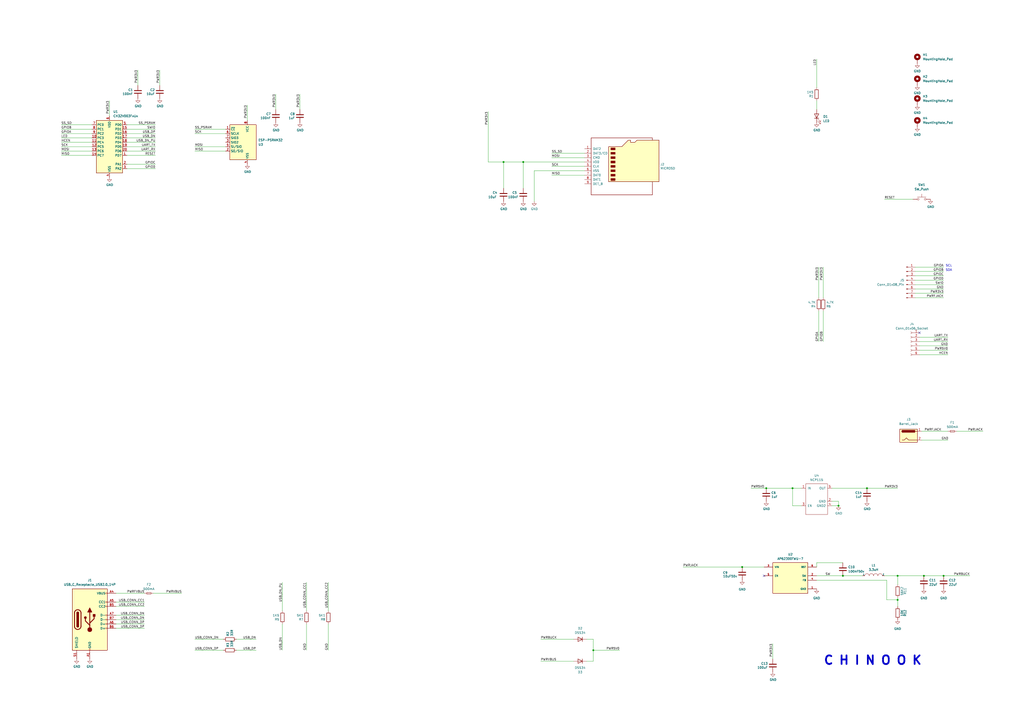
<source format=kicad_sch>
(kicad_sch (version 20231120) (generator "eeschema") (generator_version "8.0")
  (paper "A2")
  (title_block (title "Chinook Computer") (date "2025-11-15") (rev "V0") (company "Copyright © 2025 Lone Dynamics Corporation"))
  (lib_symbols
    (symbol "Connector:Barrel_Jack" (pin_names (offset 1.016))
      (property "Reference" "J" (at 0 5.334 0))
      (property "Value" "Barrel_Jack" (at 0 -5.08 0))
      (symbol "Barrel_Jack_0_1"
        (rectangle (start -5.08 3.81) (end 5.08 -3.81) (stroke (width 0.254)) (fill (type background)))
        (arc (start -3.302 3.175) (mid -3.9342 2.54) (end -3.302 1.905) (stroke (width 0.254)))
        (arc (start -3.302 3.175) (mid -3.9342 2.54) (end -3.302 1.905) (stroke (width 0.254)) (fill (type outline)))
        (polyline (pts (xy 5.08 2.54) (xy 3.81 2.54)) (stroke (width 0.254)))
        (polyline (pts (xy -3.81 -2.54) (xy -2.54 -2.54) (xy -1.27 -1.27) (xy 0 -2.54) (xy 2.54 -2.54) (xy 5.08 -2.54)) (stroke (width 0.254)))
        (rectangle (start 3.683 3.175) (end -3.302 1.905) (stroke (width 0.254)) (fill (type outline)))
      )
      (symbol "Barrel_Jack_1_1"
        (pin passive line (at 7.62 2.54 180) (length 2.54) (name "~") (number "1"))
        (pin passive line (at 7.62 -2.54 180) (length 2.54) (name "~") (number "2"))
      )
    )
    (symbol "Connector:Conn_01x06_Socket" (pin_names (offset 1.016) hide)
      (property "Reference" "J" (at 0 7.62 0))
      (property "Value" "Conn_01x06_Socket" (at 0 -10.16 0))
      (symbol "Conn_01x06_Socket_1_1"
        (arc (start 0 -7.112) (mid -0.5058 -7.62) (end 0 -8.128) (stroke (width 0.1524)))
        (arc (start 0 -4.572) (mid -0.5058 -5.08) (end 0 -5.588) (stroke (width 0.1524)))
        (arc (start 0 -2.032) (mid -0.5058 -2.54) (end 0 -3.048) (stroke (width 0.1524)))
        (polyline (pts (xy -1.27 -7.62) (xy -0.508 -7.62)) (stroke (width 0.1524)))
        (polyline (pts (xy -1.27 -5.08) (xy -0.508 -5.08)) (stroke (width 0.1524)))
        (polyline (pts (xy -1.27 -2.54) (xy -0.508 -2.54)) (stroke (width 0.1524)))
        (polyline (pts (xy -1.27 0) (xy -0.508 0)) (stroke (width 0.1524)))
        (polyline (pts (xy -1.27 2.54) (xy -0.508 2.54)) (stroke (width 0.1524)))
        (polyline (pts (xy -1.27 5.08) (xy -0.508 5.08)) (stroke (width 0.1524)))
        (arc (start 0 0.508) (mid -0.5058 0) (end 0 -0.508) (stroke (width 0.1524)))
        (arc (start 0 3.048) (mid -0.5058 2.54) (end 0 2.032) (stroke (width 0.1524)))
        (arc (start 0 5.588) (mid -0.5058 5.08) (end 0 4.572) (stroke (width 0.1524)))
        (pin passive line (at -5.08 5.08 0) (length 3.81) (name "Pin_1") (number "1"))
        (pin passive line (at -5.08 2.54 0) (length 3.81) (name "Pin_2") (number "2"))
        (pin passive line (at -5.08 0 0) (length 3.81) (name "Pin_3") (number "3"))
        (pin passive line (at -5.08 -2.54 0) (length 3.81) (name "Pin_4") (number "4"))
        (pin passive line (at -5.08 -5.08 0) (length 3.81) (name "Pin_5") (number "5"))
        (pin passive line (at -5.08 -7.62 0) (length 3.81) (name "Pin_6") (number "6"))
      )
    )
    (symbol "Connector:Conn_01x08_Pin" (pin_names (offset 1.016) hide)
      (property "Reference" "J" (at 0 10.16 0))
      (property "Value" "Conn_01x08_Pin" (at 0 -12.7 0))
      (symbol "Conn_01x08_Pin_1_1"
        (polyline (pts (xy 1.27 -10.16) (xy 0.8636 -10.16)) (stroke (width 0.1524)))
        (polyline (pts (xy 1.27 -7.62) (xy 0.8636 -7.62)) (stroke (width 0.1524)))
        (polyline (pts (xy 1.27 -5.08) (xy 0.8636 -5.08)) (stroke (width 0.1524)))
        (polyline (pts (xy 1.27 -2.54) (xy 0.8636 -2.54)) (stroke (width 0.1524)))
        (polyline (pts (xy 1.27 0) (xy 0.8636 0)) (stroke (width 0.1524)))
        (polyline (pts (xy 1.27 2.54) (xy 0.8636 2.54)) (stroke (width 0.1524)))
        (polyline (pts (xy 1.27 5.08) (xy 0.8636 5.08)) (stroke (width 0.1524)))
        (polyline (pts (xy 1.27 7.62) (xy 0.8636 7.62)) (stroke (width 0.1524)))
        (rectangle (start 0.8636 -10.033) (end 0 -10.287) (stroke (width 0.1524)) (fill (type outline)))
        (rectangle (start 0.8636 -7.493) (end 0 -7.747) (stroke (width 0.1524)) (fill (type outline)))
        (rectangle (start 0.8636 -4.953) (end 0 -5.207) (stroke (width 0.1524)) (fill (type outline)))
        (rectangle (start 0.8636 -2.413) (end 0 -2.667) (stroke (width 0.1524)) (fill (type outline)))
        (rectangle (start 0.8636 0.127) (end 0 -0.127) (stroke (width 0.1524)) (fill (type outline)))
        (rectangle (start 0.8636 2.667) (end 0 2.413) (stroke (width 0.1524)) (fill (type outline)))
        (rectangle (start 0.8636 5.207) (end 0 4.953) (stroke (width 0.1524)) (fill (type outline)))
        (rectangle (start 0.8636 7.747) (end 0 7.493) (stroke (width 0.1524)) (fill (type outline)))
        (pin passive line (at 5.08 7.62 180) (length 3.81) (name "Pin_1") (number "1"))
        (pin passive line (at 5.08 5.08 180) (length 3.81) (name "Pin_2") (number "2"))
        (pin passive line (at 5.08 2.54 180) (length 3.81) (name "Pin_3") (number "3"))
        (pin passive line (at 5.08 0 180) (length 3.81) (name "Pin_4") (number "4"))
        (pin passive line (at 5.08 -2.54 180) (length 3.81) (name "Pin_5") (number "5"))
        (pin passive line (at 5.08 -5.08 180) (length 3.81) (name "Pin_6") (number "6"))
        (pin passive line (at 5.08 -7.62 180) (length 3.81) (name "Pin_7") (number "7"))
        (pin passive line (at 5.08 -10.16 180) (length 3.81) (name "Pin_8") (number "8"))
      )
    )
    (symbol "Connector:USB_C_Receptacle_USB2.0_14P" (pin_names (offset 1.016))
      (property "Reference" "J" (at 0 22.225 0))
      (property "Value" "USB_C_Receptacle_USB2.0_14P" (at 0 19.685 0))
      (symbol "USB_C_Receptacle_USB2.0_14P_0_0"
        (rectangle (start -0.254 -17.78) (end 0.254 -16.764))
        (rectangle (start 10.16 -4.826) (end 9.144 -5.334))
        (rectangle (start 10.16 -2.286) (end 9.144 -2.794))
        (rectangle (start 10.16 0.254) (end 9.144 -0.254))
        (rectangle (start 10.16 2.794) (end 9.144 2.286))
        (rectangle (start 10.16 7.874) (end 9.144 7.366))
        (rectangle (start 10.16 10.414) (end 9.144 9.906))
        (rectangle (start 10.16 15.494) (end 9.144 14.986))
      )
      (symbol "USB_C_Receptacle_USB2.0_14P_0_1"
        (rectangle (start -10.16 17.78) (end 10.16 -17.78) (stroke (width 0.254)) (fill (type background)))
        (arc (start -8.89 -3.81) (mid -6.985 -5.7067) (end -5.08 -3.81) (stroke (width 0.508)))
        (arc (start -7.62 -3.81) (mid -6.985 -4.4423) (end -6.35 -3.81) (stroke (width 0.254)))
        (arc (start -7.62 -3.81) (mid -6.985 -4.4423) (end -6.35 -3.81) (stroke (width 0.254)) (fill (type outline)))
        (rectangle (start -7.62 -3.81) (end -6.35 3.81) (stroke (width 0.254)) (fill (type outline)))
        (arc (start -6.35 3.81) (mid -6.985 4.4423) (end -7.62 3.81) (stroke (width 0.254)))
        (arc (start -6.35 3.81) (mid -6.985 4.4423) (end -7.62 3.81) (stroke (width 0.254)) (fill (type outline)))
        (arc (start -5.08 3.81) (mid -6.985 5.7067) (end -8.89 3.81) (stroke (width 0.508)))
        (circle (center -2.54 1.143) (radius 0.635) (stroke (width 0.254)) (fill (type outline)))
        (circle (center 0 -5.842) (radius 1.27) (fill (type outline)))
        (polyline (pts (xy -8.89 -3.81) (xy -8.89 3.81)) (stroke (width 0.508)))
        (polyline (pts (xy -5.08 3.81) (xy -5.08 -3.81)) (stroke (width 0.508)))
        (polyline (pts (xy 0 -5.842) (xy 0 4.318)) (stroke (width 0.508)))
        (polyline (pts (xy 0 -3.302) (xy -2.54 -0.762) (xy -2.54 0.508)) (stroke (width 0.508)))
        (polyline (pts (xy 0 -2.032) (xy 2.54 0.508) (xy 2.54 1.778)) (stroke (width 0.508)))
        (polyline (pts (xy -1.27 4.318) (xy 0 6.858) (xy 1.27 4.318) (xy -1.27 4.318)) (stroke (width 0.254)) (fill (type outline)))
        (rectangle (start 1.905 1.778) (end 3.175 3.048) (stroke (width 0.254)) (fill (type outline)))
      )
      (symbol "USB_C_Receptacle_USB2.0_14P_1_1"
        (pin passive line (at 0 -22.86 90) (length 5.08) (name "GND") (number "A1"))
        (pin passive line (at 0 -22.86 90) (length 5.08) hide (name "GND") (number "A12"))
        (pin passive line (at 15.24 15.24 180) (length 5.08) (name "VBUS") (number "A4"))
        (pin bidirectional line (at 15.24 10.16 180) (length 5.08) (name "CC1") (number "A5"))
        (pin bidirectional line (at 15.24 -2.54 180) (length 5.08) (name "D+") (number "A6"))
        (pin bidirectional line (at 15.24 2.54 180) (length 5.08) (name "D-") (number "A7"))
        (pin passive line (at 15.24 15.24 180) (length 5.08) hide (name "VBUS") (number "A9"))
        (pin passive line (at 0 -22.86 90) (length 5.08) hide (name "GND") (number "B1"))
        (pin passive line (at 0 -22.86 90) (length 5.08) hide (name "GND") (number "B12"))
        (pin passive line (at 15.24 15.24 180) (length 5.08) hide (name "VBUS") (number "B4"))
        (pin bidirectional line (at 15.24 7.62 180) (length 5.08) (name "CC2") (number "B5"))
        (pin bidirectional line (at 15.24 -5.08 180) (length 5.08) (name "D+") (number "B6"))
        (pin bidirectional line (at 15.24 0 180) (length 5.08) (name "D-") (number "B7"))
        (pin passive line (at 15.24 15.24 180) (length 5.08) hide (name "VBUS") (number "B9"))
        (pin passive line (at -7.62 -22.86 90) (length 5.08) (name "SHIELD") (number "S1"))
      )
    )
    (symbol "Device:C" (pin_numbers hide) (pin_names (offset 0.254))
      (property "Reference" "C" (at 0.635 2.54 0))
      (property "Value" "C" (at 0.635 -2.54 0))
      (symbol "C_0_1"
        (polyline (pts (xy -2.032 -0.762) (xy 2.032 -0.762)) (stroke (width 0.508)))
        (polyline (pts (xy -2.032 0.762) (xy 2.032 0.762)) (stroke (width 0.508)))
      )
      (symbol "C_1_1"
        (pin passive line (at 0 3.81 270) (length 2.794) (name "~") (number "1"))
        (pin passive line (at 0 -3.81 90) (length 2.794) (name "~") (number "2"))
      )
    )
    (symbol "Device:D" (pin_numbers hide) (pin_names (offset 1.016) hide)
      (property "Reference" "D" (at 0 2.54 0))
      (property "Value" "D" (at 0 -2.54 0))
      (symbol "D_0_1"
        (polyline (pts (xy -1.27 1.27) (xy -1.27 -1.27)) (stroke (width 0.254)))
        (polyline (pts (xy 1.27 0) (xy -1.27 0)))
        (polyline (pts (xy 1.27 1.27) (xy 1.27 -1.27) (xy -1.27 0) (xy 1.27 1.27)) (stroke (width 0.254)))
      )
      (symbol "D_1_1"
        (pin passive line (at -3.81 0 0) (length 2.54) (name "K") (number "1"))
        (pin passive line (at 3.81 0 180) (length 2.54) (name "A") (number "2"))
      )
    )
    (symbol "Device:Fuse_Small" (pin_numbers hide) (pin_names (offset 0.254) hide)
      (property "Reference" "F" (at 0 -1.524 0))
      (property "Value" "Fuse_Small" (at 0 1.524 0))
      (symbol "Fuse_Small_0_1"
        (rectangle (start -1.27 0.508) (end 1.27 -0.508))
        (polyline (pts (xy -1.27 0) (xy 1.27 0)))
      )
      (symbol "Fuse_Small_1_1"
        (pin passive line (at -2.54 0 0) (length 1.27) (name "~") (number "1"))
        (pin passive line (at 2.54 0 180) (length 1.27) (name "~") (number "2"))
      )
    )
    (symbol "Device:LED" (pin_numbers hide) (pin_names (offset 1.016) hide)
      (property "Reference" "D" (at 0 2.54 0))
      (property "Value" "LED" (at 0 -2.54 0))
      (symbol "LED_0_1"
        (polyline (pts (xy -1.27 -1.27) (xy -1.27 1.27)) (stroke (width 0.254)))
        (polyline (pts (xy -1.27 0) (xy 1.27 0)))
        (polyline (pts (xy 1.27 -1.27) (xy 1.27 1.27) (xy -1.27 0) (xy 1.27 -1.27)) (stroke (width 0.254)))
        (polyline (pts (xy -3.048 -0.762) (xy -4.572 -2.286) (xy -3.81 -2.286) (xy -4.572 -2.286) (xy -4.572 -1.524)))
        (polyline (pts (xy -1.778 -0.762) (xy -3.302 -2.286) (xy -2.54 -2.286) (xy -3.302 -2.286) (xy -3.302 -1.524)))
      )
      (symbol "LED_1_1"
        (pin passive line (at -3.81 0 0) (length 2.54) (name "K") (number "1"))
        (pin passive line (at 3.81 0 180) (length 2.54) (name "A") (number "2"))
      )
    )
    (symbol "Device:R" (pin_numbers hide) (pin_names (offset 0))
      (property "Reference" "R" (at 2.032 0 90))
      (property "Value" "R" (at 0 0 90))
      (symbol "R_0_1"
        (rectangle (start -1.016 -2.54) (end 1.016 2.54) (stroke (width 0.254)))
      )
      (symbol "R_1_1"
        (pin passive line (at 0 3.81 270) (length 1.27) (name "~") (number "1"))
        (pin passive line (at 0 -3.81 90) (length 1.27) (name "~") (number "2"))
      )
    )
    (symbol "MCU_WCH_CH32V0:CH32V003FxUx"
      (property "Reference" "U" (at -7.62 17.78 0))
      (property "Value" "CH32V003FxUx" (at 7.62 17.78 0))
      (symbol "CH32V003FxUx_1_1"
        (rectangle (start -7.62 15.24) (end 7.62 -15.24) (stroke (width 0.254)) (fill (type background)))
        (pin bidirectional line (at 10.16 -5.08 180) (length 2.54) (name "PD7") (number "1"))
        (pin bidirectional line (at -10.16 5.08 0) (length 2.54) (name "PC3") (number "10"))
        (pin bidirectional line (at -10.16 2.54 0) (length 2.54) (name "PC4") (number "11"))
        (pin bidirectional line (at -10.16 0 0) (length 2.54) (name "PC5") (number "12"))
        (pin bidirectional line (at -10.16 -2.54 0) (length 2.54) (name "PC6") (number "13"))
        (pin bidirectional line (at -10.16 -5.08 0) (length 2.54) (name "PC7") (number "14"))
        (pin bidirectional line (at 10.16 10.16 180) (length 2.54) (name "PD1") (number "15"))
        (pin bidirectional line (at 10.16 7.62 180) (length 2.54) (name "PD2") (number "16"))
        (pin bidirectional line (at 10.16 5.08 180) (length 2.54) (name "PD3") (number "17"))
        (pin bidirectional line (at 10.16 2.54 180) (length 2.54) (name "PD4") (number "18"))
        (pin bidirectional line (at 10.16 0 180) (length 2.54) (name "PD5") (number "19"))
        (pin bidirectional line (at 10.16 -10.16 180) (length 2.54) (name "PA1") (number "2"))
        (pin bidirectional line (at 10.16 -2.54 180) (length 2.54) (name "PD6") (number "20"))
        (pin passive line (at 0 -17.78 90) (length 2.54) hide (name "VSS") (number "21"))
        (pin bidirectional line (at 10.16 -12.7 180) (length 2.54) (name "PA2") (number "3"))
        (pin power_in line (at 0 -17.78 90) (length 2.54) (name "VSS") (number "4"))
        (pin bidirectional line (at 10.16 12.7 180) (length 2.54) (name "PD0") (number "5"))
        (pin power_in line (at 0 17.78 270) (length 2.54) (name "VDD") (number "6"))
        (pin bidirectional line (at -10.16 12.7 0) (length 2.54) (name "PC0") (number "7"))
        (pin bidirectional line (at -10.16 10.16 0) (length 2.54) (name "PC1") (number "8"))
        (pin bidirectional line (at -10.16 7.62 0) (length 2.54) (name "PC2") (number "9"))
      )
    )
    (symbol "Mechanical:MountingHole_Pad" (pin_numbers hide) (pin_names (offset 1.016) hide)
      (property "Reference" "H" (at 0 6.35 0))
      (property "Value" "MountingHole_Pad" (at 0 4.445 0))
      (symbol "MountingHole_Pad_0_1"
        (circle (center 0 1.27) (radius 1.27) (stroke (width 1.27)))
      )
      (symbol "MountingHole_Pad_1_1"
        (pin input line (at 0 -2.54 90) (length 2.54) (name "1") (number "1"))
      )
    )
    (symbol "Memory_RAM:ESP-PSRAM32"
      (property "Reference" "U" (at 3.81 11.43 0))
      (property "Value" "ESP-PSRAM32" (at -1.27 -11.43 0))
      (symbol "ESP-PSRAM32_0_1"
        (rectangle (start -7.62 10.16) (end 7.62 -10.16) (stroke (width 0.254)) (fill (type background)))
      )
      (symbol "ESP-PSRAM32_1_1"
        (pin input line (at 10.16 7.62 180) (length 2.54) (name "~{CE}") (number "1"))
        (pin output line (at 10.16 -5.08 180) (length 2.54) (name "SO/SIO") (number "2"))
        (pin bidirectional line (at 10.16 0 180) (length 2.54) (name "SIO2") (number "3"))
        (pin power_in line (at -2.54 -12.7 90) (length 2.54) (name "VSS") (number "4"))
        (pin input line (at 10.16 -2.54 180) (length 2.54) (name "SI/SIO") (number "5"))
        (pin output line (at 10.16 5.08 180) (length 2.54) (name "SCLK") (number "6"))
        (pin bidirectional line (at 10.16 2.54 180) (length 2.54) (name "SIO3") (number "7"))
        (pin power_in line (at -2.54 12.7 270) (length 2.54) (name "VCC") (number "8"))
      )
    )
    (symbol "Switch:SW_Push" (pin_numbers hide) (pin_names (offset 1.016) hide)
      (property "Reference" "SW" (at 1.27 2.54 0))
      (property "Value" "SW_Push" (at 0 -1.524 0))
      (symbol "SW_Push_0_1"
        (circle (center -2.032 0) (radius 0.508))
        (polyline (pts (xy 0 1.27) (xy 0 3.048)))
        (polyline (pts (xy 2.54 1.27) (xy -2.54 1.27)))
        (circle (center 2.032 0) (radius 0.508))
        (pin passive line (at -5.08 0 0) (length 2.54) (name "1") (number "1"))
        (pin passive line (at 5.08 0 180) (length 2.54) (name "2") (number "2"))
      )
    )
    (symbol "ld-power:AP62300TWU-7" (pin_names (offset 1.016))
      (property "Reference" "U" (at -10.16 8.382 0))
      (property "Value" "AP62300TWU-7" (at -10.16 -12.7 0))
      (symbol "AP62300TWU-7_0_0"
        (rectangle (start -10.16 -10.16) (end 10.16 7.62) (stroke (width 0.254)) (fill (type background)))
        (pin power_in line (at 15.24 -7.62 180) (length 5.08) (name "GND") (number "1"))
        (pin output line (at 15.24 0 180) (length 5.08) (name "SW") (number "2"))
        (pin input line (at -15.24 5.08 0) (length 5.08) (name "VIN") (number "3"))
        (pin input line (at 15.24 -2.54 180) (length 5.08) (name "FB") (number "4"))
        (pin input line (at -15.24 0 0) (length 5.08) (name "EN") (number "5"))
        (pin input line (at 15.24 5.08 180) (length 5.08) (name "BST") (number "6"))
      )
    )
    (symbol "ld-power:NCP115" (pin_names (offset 1.016))
      (property "Reference" "U" (at 0 3.81 0))
      (property "Value" "NCP115" (at 0 -3.81 0))
      (symbol "NCP115_0_1"
        (rectangle (start -6.35 2.54) (end 6.35 -15.24))
      )
      (symbol "NCP115_1_1"
        (pin bidirectional line (at -8.89 0 0) (length 2.54) (name "IN") (number "1"))
        (pin bidirectional line (at 8.89 -7.62 180) (length 2.54) (name "GND") (number "2"))
        (pin bidirectional line (at -8.89 -10.16 0) (length 2.54) (name "EN") (number "3"))
        (pin bidirectional line (at 8.89 -10.16 180) (length 2.54) (name "GND2") (number "4"))
        (pin bidirectional line (at 8.89 0 180) (length 2.54) (name "OUT") (number "5"))
      )
    )
    (symbol "ldx-rescue:MRR_ESPE-rescue_Micro_SD_Card_China-projsym-MRR_ESPA-rescue-microsd" (pin_names (offset 1.016))
      (property "Reference" "J" (at -16.51 17.78 0))
      (property "Value" "MRR_ESPE-rescue_Micro_SD_Card_China-projsym-MRR_ESPA-rescue-microsd" (at 16.51 17.78 0))
      (symbol "MRR_ESPE-rescue_Micro_SD_Card_China-projsym-MRR_ESPA-rescue-microsd_0_1"
        (rectangle (start -7.62 -6.985) (end -5.08 -8.255) (fill (type outline)))
        (rectangle (start -7.62 -4.445) (end -5.08 -5.715) (fill (type outline)))
        (rectangle (start -7.62 -1.905) (end -5.08 -3.175) (fill (type outline)))
        (rectangle (start -7.62 0.635) (end -5.08 -0.635) (fill (type outline)))
        (rectangle (start -7.62 3.175) (end -5.08 1.905) (fill (type outline)))
        (rectangle (start -7.62 5.715) (end -5.08 4.445) (fill (type outline)))
        (rectangle (start -7.62 8.255) (end -5.08 6.985) (fill (type outline)))
        (rectangle (start -7.62 10.795) (end -5.08 9.525) (fill (type outline)))
        (polyline (pts (xy 16.51 15.24) (xy 16.51 16.51) (xy -19.05 16.51) (xy -19.05 -16.51) (xy 16.51 -16.51) (xy 16.51 -8.89)) (stroke (width 0.254)))
        (polyline (pts (xy -8.89 -8.89) (xy -8.89 11.43) (xy -1.27 11.43) (xy 2.54 15.24) (xy 3.81 15.24) (xy 3.81 13.97) (xy 6.35 13.97) (xy 7.62 15.24) (xy 20.32 15.24) (xy 20.32 -8.89) (xy -8.89 -8.89)) (stroke (width 0.254)) (fill (type background)))
      )
      (symbol "MRR_ESPE-rescue_Micro_SD_Card_China-projsym-MRR_ESPA-rescue-microsd_1_1"
        (pin bidirectional line (at -22.86 10.16 0) (length 3.81) (name "DAT2") (number "1"))
        (pin bidirectional line (at -22.86 7.62 0) (length 3.81) (name "DAT3/CD") (number "2"))
        (pin input line (at -22.86 5.08 0) (length 3.81) (name "CMD") (number "3"))
        (pin power_in line (at -22.86 2.54 0) (length 3.81) (name "VDD") (number "4"))
        (pin input line (at -22.86 0 0) (length 3.81) (name "CLK") (number "5"))
        (pin power_in line (at -22.86 -2.54 0) (length 3.81) (name "VSS") (number "6"))
        (pin input line (at -22.86 -5.08 0) (length 3.81) (name "DAT0") (number "7"))
        (pin input line (at -22.86 -7.62 0) (length 3.81) (name "DAT1") (number "8"))
        (pin passive line (at -22.86 -10.16 0) (length 3.81) (name "DET_B") (number "9"))
      )
    )
    (symbol "power:GND" (power) (pin_names (offset 0))
      (property "Value" "GND" (at 0 -3.81 0))
      (symbol "GND_0_1"
        (polyline (pts (xy 0 0) (xy 0 -1.27) (xy 1.27 -1.27) (xy 0 -2.54) (xy -1.27 -1.27) (xy 0 -1.27)))
      )
      (symbol "GND_1_1"
        (pin power_in line (at 0 0 270) (length 0) hide (name "GND") (number "1"))
      )
    )
    (symbol "pspice:INDUCTOR" (pin_numbers hide) (pin_names (offset 0))
      (property "Reference" "L" (at 0 2.54 0))
      (property "Value" "INDUCTOR" (at 0 -1.27 0))
      (symbol "INDUCTOR_0_1"
        (arc (start -2.54 0) (mid -3.81 1.2645) (end -5.08 0))
        (arc (start 0 0) (mid -1.27 1.2645) (end -2.54 0))
        (arc (start 2.54 0) (mid 1.27 1.2645) (end 0 0))
        (arc (start 5.08 0) (mid 3.81 1.2645) (end 2.54 0))
      )
      (symbol "INDUCTOR_1_1"
        (pin input line (at -6.35 0 0) (length 1.27) (name "1") (number "1"))
        (pin input line (at 6.35 0 180) (length 1.27) (name "2") (number "2"))
      )
    )
  )
  (junction (at 430.53 328.93))
  (junction (at 292.1 93.98))
  (junction (at 535.94 334.01))
  (junction (at 520.7 347.98))
  (junction (at 303.53 93.98))
  (junction (at 502.92 283.21))
  (junction (at 520.7 334.01))
  (junction (at 547.37 334.01))
  (junction (at 459.74 283.21))
  (junction (at 486.41 293.37))
  (junction (at 444.5 283.21))
  (junction (at 344.17 377.19))
  (junction (at 488.95 334.01))
  (no_connect (at 443.23 334.01))
  (no_connect (at 533.4 193.04))
  (wire (pts (xy 35.56 90.17) (xy 53.34 90.17)))
  (wire (pts (xy 73.66 85.09) (xy 90.17 85.09)))
  (wire (pts (xy 35.56 80.01) (xy 53.34 80.01)))
  (wire (pts (xy 547.37 334.01) (xy 562.61 334.01)))
  (wire (pts (xy 67.31 361.95) (xy 83.82 361.95)))
  (wire (pts (xy 530.86 170.18) (xy 547.37 170.18)))
  (wire (pts (xy 67.31 344.17) (xy 83.82 344.17)))
  (wire (pts (xy 35.56 74.93) (xy 53.34 74.93)))
  (wire (pts (xy 67.31 364.49) (xy 83.82 364.49)))
  (wire (pts (xy 344.17 377.19) (xy 359.41 377.19)))
  (wire (pts (xy 530.86 154.94) (xy 547.37 154.94)))
  (wire (pts (xy 473.71 50.8) (xy 473.71 34.29)))
  (wire (pts (xy 344.17 377.19) (xy 344.17 383.54)))
  (wire (pts (xy 113.03 377.19) (xy 129.54 377.19)))
  (wire (pts (xy 520.7 334.01) (xy 520.7 339.09)))
  (wire (pts (xy 292.1 93.98) (xy 283.21 93.98)))
  (wire (pts (xy 502.92 283.21) (xy 482.6 283.21)))
  (wire (pts (xy 482.6 293.37) (xy 486.41 293.37)))
  (wire (pts (xy 530.86 167.64) (xy 547.37 167.64)))
  (wire (pts (xy 190.5 354.33) (xy 190.5 337.82)))
  (wire (pts (xy 474.98 154.94) (xy 474.98 172.72)))
  (wire (pts (xy 488.95 334.01) (xy 500.38 334.01)))
  (wire (pts (xy 35.56 77.47) (xy 53.34 77.47)))
  (wire (pts (xy 520.7 346.71) (xy 520.7 347.98)))
  (wire (pts (xy 303.53 109.22) (xy 303.53 93.98)))
  (wire (pts (xy 143.51 69.85) (xy 143.51 60.96)))
  (wire (pts (xy 477.52 154.94) (xy 477.52 172.72)))
  (wire (pts (xy 73.66 80.01) (xy 90.17 80.01)))
  (wire (pts (xy 113.03 370.84) (xy 129.54 370.84)))
  (wire (pts (xy 163.83 354.33) (xy 163.83 337.82)))
  (wire (pts (xy 137.16 377.19) (xy 148.59 377.19)))
  (wire (pts (xy 430.53 328.93) (xy 443.23 328.93)))
  (wire (pts (xy 190.5 377.19) (xy 190.5 361.95)))
  (wire (pts (xy 502.92 283.21) (xy 520.7 283.21)))
  (wire (pts (xy 309.88 99.06) (xy 309.88 116.84)))
  (wire (pts (xy 514.35 336.55) (xy 514.35 347.98)))
  (wire (pts (xy 320.04 88.9) (xy 339.09 88.9)))
  (wire (pts (xy 444.5 283.21) (xy 459.74 283.21)))
  (wire (pts (xy 80.01 49.53) (xy 80.01 40.64)))
  (wire (pts (xy 513.08 115.57) (xy 529.59 115.57)))
  (wire (pts (xy 309.88 99.06) (xy 339.09 99.06)))
  (wire (pts (xy 344.17 370.84) (xy 344.17 377.19)))
  (wire (pts (xy 177.8 354.33) (xy 177.8 337.82)))
  (wire (pts (xy 530.86 172.72) (xy 547.37 172.72)))
  (wire (pts (xy 292.1 93.98) (xy 292.1 109.22)))
  (wire (pts (xy 473.71 326.39) (xy 473.71 328.93)))
  (wire (pts (xy 396.24 328.93) (xy 430.53 328.93)))
  (wire (pts (xy 163.83 377.19) (xy 163.83 361.95)))
  (wire (pts (xy 486.41 290.83) (xy 486.41 293.37)))
  (wire (pts (xy 520.7 334.01) (xy 535.94 334.01)))
  (wire (pts (xy 534.67 255.27) (xy 549.91 255.27)))
  (wire (pts (xy 459.74 293.37) (xy 459.74 283.21)))
  (wire (pts (xy 313.69 383.54) (xy 332.74 383.54)))
  (wire (pts (xy 67.31 351.79) (xy 83.82 351.79)))
  (wire (pts (xy 160.02 63.5) (xy 160.02 54.61)))
  (wire (pts (xy 88.9 344.17) (xy 105.41 344.17)))
  (wire (pts (xy 313.69 370.84) (xy 332.74 370.84)))
  (wire (pts (xy 533.4 203.2) (xy 549.91 203.2)))
  (wire (pts (xy 67.31 359.41) (xy 83.82 359.41)))
  (wire (pts (xy 73.66 77.47) (xy 90.17 77.47)))
  (wire (pts (xy 283.21 93.98) (xy 283.21 64.77)))
  (wire (pts (xy 73.66 87.63) (xy 90.17 87.63)))
  (wire (pts (xy 435.61 283.21) (xy 444.5 283.21)))
  (wire (pts (xy 35.56 87.63) (xy 53.34 87.63)))
  (wire (pts (xy 35.56 85.09) (xy 53.34 85.09)))
  (wire (pts (xy 35.56 72.39) (xy 53.34 72.39)))
  (wire (pts (xy 113.03 87.63) (xy 130.81 87.63)))
  (wire (pts (xy 554.99 250.19) (xy 570.23 250.19)))
  (wire (pts (xy 533.4 200.66) (xy 549.91 200.66)))
  (wire (pts (xy 113.03 85.09) (xy 130.81 85.09)))
  (wire (pts (xy 73.66 95.25) (xy 90.17 95.25)))
  (wire (pts (xy 303.53 93.98) (xy 339.09 93.98)))
  (wire (pts (xy 473.71 336.55) (xy 514.35 336.55)))
  (wire (pts (xy 73.66 97.79) (xy 90.17 97.79)))
  (wire (pts (xy 137.16 370.84) (xy 148.59 370.84)))
  (wire (pts (xy 113.03 74.93) (xy 130.81 74.93)))
  (wire (pts (xy 73.66 90.17) (xy 90.17 90.17)))
  (wire (pts (xy 530.86 165.1) (xy 547.37 165.1)))
  (wire (pts (xy 473.71 334.01) (xy 488.95 334.01)))
  (wire (pts (xy 459.74 283.21) (xy 464.82 283.21)))
  (wire (pts (xy 67.31 349.25) (xy 83.82 349.25)))
  (wire (pts (xy 173.99 63.5) (xy 173.99 54.61)))
  (wire (pts (xy 67.31 356.87) (xy 83.82 356.87)))
  (wire (pts (xy 35.56 82.55) (xy 53.34 82.55)))
  (wire (pts (xy 530.86 157.48) (xy 547.37 157.48)))
  (wire (pts (xy 73.66 74.93) (xy 90.17 74.93)))
  (wire (pts (xy 533.4 195.58) (xy 549.91 195.58)))
  (wire (pts (xy 320.04 96.52) (xy 339.09 96.52)))
  (wire (pts (xy 535.94 334.01) (xy 547.37 334.01)))
  (wire (pts (xy 320.04 91.44) (xy 339.09 91.44)))
  (wire (pts (xy 320.04 101.6) (xy 339.09 101.6)))
  (wire (pts (xy 63.5 67.31) (xy 63.5 58.42)))
  (wire (pts (xy 92.71 49.53) (xy 92.71 40.64)))
  (wire (pts (xy 177.8 377.19) (xy 177.8 361.95)))
  (wire (pts (xy 530.86 160.02) (xy 547.37 160.02)))
  (wire (pts (xy 514.35 347.98) (xy 520.7 347.98)))
  (wire (pts (xy 340.36 370.84) (xy 344.17 370.84)))
  (wire (pts (xy 303.53 93.98) (xy 292.1 93.98)))
  (wire (pts (xy 482.6 290.83) (xy 486.41 290.83)))
  (wire (pts (xy 473.71 58.42) (xy 473.71 63.5)))
  (wire (pts (xy 73.66 72.39) (xy 90.17 72.39)))
  (wire (pts (xy 513.08 334.01) (xy 520.7 334.01)))
  (wire (pts (xy 113.03 77.47) (xy 130.81 77.47)))
  (wire (pts (xy 73.66 82.55) (xy 90.17 82.55)))
  (wire (pts (xy 464.82 293.37) (xy 459.74 293.37)))
  (wire (pts (xy 340.36 383.54) (xy 344.17 383.54)))
  (wire (pts (xy 533.4 205.74) (xy 549.91 205.74)))
  (wire (pts (xy 534.67 250.19) (xy 549.91 250.19)))
  (wire (pts (xy 520.7 347.98) (xy 520.7 351.79)))
  (wire (pts (xy 533.4 198.12) (xy 549.91 198.12)))
  (wire (pts (xy 477.52 180.34) (xy 477.52 198.12)))
  (wire (pts (xy 474.98 180.34) (xy 474.98 198.12)))
  (wire (pts (xy 530.86 162.56) (xy 547.37 162.56)))
  (wire (pts (xy 488.95 326.39) (xy 473.71 326.39)))
  (wire (pts (xy 448.31 382.27) (xy 448.31 373.38)))
  (text "C H I N O O K" (at 477.52 386.08 0) (effects (font (size 5 5) (thickness 1) (bold yes)) (justify left bottom)))
  (text "SCL" (at 550.418 154.178 0) (effects (font (size 1.27 1.27))))
  (text "SDA" (at 550.418 156.718 0) (effects (font (size 1.27 1.27))))
  (label "PWRFJACK" (at 546.1 250.19 180))
  (label "GPIOA" (at 35.56 77.47 0))
  (label "USB_CONN_DN" (at 113.03 370.84 0))
  (label "USB_CONN_DP" (at 83.82 361.95 180))
  (label "USB_DP" (at 140.97 377.19 0))
  (label "GND" (at 190.5 377.19 90))
  (label "GPIOC" (at 547.37 160.02 180))
  (label "SCK" (at 113.03 77.47 0))
  (label "UART_RX" (at 549.91 198.12 180))
  (label "UART_TX" (at 90.17 85.09 180))
  (label "GND" (at 549.91 200.66 180))
  (label "PWR3V3" (at 160.02 54.61 270))
  (label "UART_TX" (at 549.91 195.58 180))
  (label "RESET" (at 90.17 90.17 180))
  (label "PWR5V0" (at 435.61 283.21 0))
  (label "SWIO" (at 547.37 165.1 180))
  (label "HCEN" (at 35.56 82.55 0))
  (label "HCEN" (at 549.91 205.74 180))
  (label "GPIOA" (at 547.37 154.94 180))
  (label "PWR5V0" (at 549.91 203.2 180))
  (label "USB_CONN_DN" (at 83.82 356.87 180))
  (label "PWR3V3" (at 283.21 64.77 270))
  (label "GPIOD" (at 90.17 97.79 180))
  (label "SCK" (at 35.56 85.09 0))
  (label "PWR5V0" (at 359.41 377.19 180))
  (label "MOSI" (at 35.56 87.63 0))
  (label "GPIOA" (at 474.98 198.12 90))
  (label "PWR3V3" (at 474.98 154.94 270))
  (label "USB_DN" (at 163.83 377.19 90))
  (label "LED" (at 473.71 34.29 270))
  (label "SS_PSRAM" (at 90.17 72.39 180))
  (label "USB_DN" (at 140.97 370.84 0))
  (label "USB_DN_PU" (at 163.83 349.25 90))
  (label "PWRVBUS" (at 105.41 344.17 180))
  (label "USB_DN_PU" (at 90.17 82.55 180))
  (label "MOSI" (at 320.04 91.44 0))
  (label "GND" (at 547.37 167.64 180))
  (label "USB_CONN_DP" (at 83.82 364.49 180))
  (label "PWR3V3" (at 547.37 170.18 180))
  (label "USB_CONN_CC1" (at 177.8 337.82 270))
  (label "SWIO" (at 90.17 74.93 180))
  (label "USB_CONN_DN" (at 83.82 359.41 180))
  (label "SS_PSRAM" (at 113.03 74.93 0))
  (label "PWRBUCK" (at 313.69 370.84 0))
  (label "PWR3V3" (at 173.99 54.61 270))
  (label "SW" (at 478.79 334.01 0))
  (label "UART_RX" (at 90.17 87.63 180))
  (label "PWR3V3" (at 80.01 48.26 90))
  (label "GND" (at 546.1 255.27 0))
  (label "USB_CONN_CC2" (at 190.5 337.82 270))
  (label "GPIOB" (at 547.37 157.48 180))
  (label "PWRVBUS" (at 313.69 383.54 0))
  (label "USB_CONN_DP" (at 113.03 377.19 0))
  (label "PWR3V3" (at 143.51 60.96 270))
  (label "USB_CONN_CC1" (at 83.82 349.25 180))
  (label "GPIOB" (at 477.52 198.12 90))
  (label "SCK" (at 320.04 96.52 0))
  (label "LED" (at 35.56 80.01 0))
  (label "GPIOC" (at 90.17 95.25 180))
  (label "PWR3V3" (at 513.08 283.21 0))
  (label "PWRBUCK" (at 562.61 334.01 180))
  (label "SS_SD" (at 320.04 88.9 0))
  (label "GPIOD" (at 547.37 162.56 180))
  (label "PWR3V3" (at 63.5 58.42 270))
  (label "MISO" (at 113.03 87.63 0))
  (label "PWRJACK" (at 570.23 250.19 180))
  (label "PWRFJACK" (at 547.37 172.72 180))
  (label "MISO" (at 320.04 101.6 0))
  (label "USB_CONN_CC2" (at 83.82 351.79 180))
  (label "USB_DN" (at 90.17 80.01 180))
  (label "USB_DP" (at 90.17 77.47 180))
  (label "SS_SD" (at 35.56 72.39 0))
  (label "GPIOB" (at 35.56 74.93 0))
  (label "MOSI" (at 113.03 85.09 0))
  (label "PWR3V3" (at 92.71 48.26 90))
  (label "GND" (at 177.8 377.19 90))
  (label "PWRJACK" (at 396.24 328.93 0))
  (label "PWR3V3" (at 477.52 154.94 270))
  (label "PWRFVBUS" (at 83.82 344.17 180))
  (label "PWR3V3" (at 448.31 373.38 270))
  (label "MISO" (at 35.56 90.17 0))
  (label "RESET" (at 513.08 115.57 0))
  (symbol (lib_id "ldx-rescue:MRR_ESPE-rescue_Micro_SD_Card_China-projsym-MRR_ESPA-rescue-microsd") (at 361.95 96.52 0) (unit 1)
    (property "Reference" "J2" (at 383.032 95.3516 0) (effects (justify left)))
    (property "Value" "MICROSD" (at 383.032 97.663 0) (effects (justify left)))
    (property "Footprint" "LD-SDCARD:TF-018B-H15-HAND-SOLDER" (effects (hide yes)))
  )
  (symbol (lib_id "power:GND") (at 309.88 116.84 0) (unit 1)
    (property "Reference" "#PWR043" (effects (hide yes)))
    (property "Value" "GND" (at 310.007 121.2342 0))
  )
  (symbol (lib_id "Device:C") (at 303.53 113.03 0) (unit 1)
    (property "Reference" "C5" (at 297.18 111.76 0) (effects (justify left)))
    (property "Value" "100nF" (at 294.64 114.3 0) (effects (justify left)))
    (property "Footprint" "Capacitor_SMD:C_0402_1005Metric" (effects (hide yes)))
  )
  (symbol (lib_id "power:GND") (at 303.53 116.84 0) (unit 1)
    (property "Reference" "#PWR042" (effects (hide yes)))
    (property "Value" "GND" (at 303.657 121.2342 0))
  )
  (symbol (lib_id "Device:C") (at 292.1 113.03 0) (unit 1)
    (property "Reference" "C4" (at 285.75 111.76 0) (effects (justify left)))
    (property "Value" "10uF" (at 283.21 114.3 0) (effects (justify left)))
    (property "Footprint" "Capacitor_SMD:C_0402_1005Metric" (effects (hide yes)))
  )
  (symbol (lib_id "power:GND") (at 292.1 116.84 0) (unit 1)
    (property "Reference" "#PWR041" (effects (hide yes)))
    (property "Value" "GND" (at 292.227 121.2342 0))
  )
  (symbol (lib_id "power:GND") (at 473.71 71.12 0) (unit 1)
    (property "Reference" "#PWR105" (effects (hide yes)))
    (property "Value" "GND" (at 473.837 75.5142 0))
  )
  (symbol (lib_id "power:GND") (at 532.13 49.53 0) (unit 1)
    (property "Reference" "#PWR060" (effects (hide yes)))
    (property "Value" "GND" (at 532.13 53.975 0))
  )
  (symbol (lib_id "Device:Fuse_Small") (at 86.36 344.17 0) (unit 1)
    (property "Reference" "F2" (at 86.36 339.09 0))
    (property "Value" "500mA" (at 86.36 341.63 0))
    (property "Footprint" "Fuse:Fuse_0805_2012Metric" (effects (hide yes)))
    (property "Description" "Fuse, small symbol" (effects (hide yes)))
  )
  (symbol (lib_id "power:GND") (at 143.51 95.25 0) (unit 1)
    (property "Reference" "#PWR16" (effects (hide yes)))
    (property "Value" "GND" (at 143.637 99.6442 0))
  )
  (symbol (lib_id "MCU_WCH_CH32V0:CH32V003FxUx") (at 63.5 85.09 0) (unit 1)
    (property "Reference" "U1" (at 65.6941 64.77 0) (effects (justify left)))
    (property "Value" "CH32V003FxUx" (at 65.6941 67.31 0) (effects (justify left)))
    (property "Footprint" "Package_DFN_QFN:QFN-20-1EP_3x3mm_P0.4mm_EP1.65x1.65mm" (effects (hide yes)))
    (property "Datasheet" "https://www.wch-ic.com/products/CH32V003.html" (effects (hide yes)))
    (property "Description" "CH32V003 series are industrial-grade general-purpose microcontrollers designed based on 32-bit RISC-V instruction set and architecture. It adopts QingKe V2A core, RV32EC instruction set, and supports 2 levels of interrupt nesting. The series are mounted with rich peripheral interfaces and function modules. Its internal organizational structure meets the low-cost and low-power embedded application scenarios." (effects (hide yes)))
  )
  (symbol (lib_id "Device:C") (at 160.02 67.31 0) (mirror y) (unit 1)
    (property "Reference" "C7" (at 157.099 66.1416 0) (effects (justify left)))
    (property "Value" "100nF" (at 157.099 68.453 0) (effects (justify left)))
    (property "Footprint" "Capacitor_SMD:C_0402_1005Metric" (effects (hide yes)))
  )
  (symbol (lib_id "power:GND") (at 547.37 341.63 0) (unit 1)
    (property "Reference" "#PWR05" (effects (hide yes)))
    (property "Value" "GND" (at 547.37 346.964 0))
  )
  (symbol (lib_id "power:GND") (at 52.07 382.27 0) (unit 1)
    (property "Reference" "#PWR8" (effects (hide yes)))
    (property "Value" "GND" (at 52.197 386.6642 0))
  )
  (symbol (lib_id "ld-power:AP62300TWU-7") (at 458.47 334.01 0) (unit 1)
    (property "Reference" "U2" (at 458.47 321.564 0))
    (property "Value" "AP62300TWU-7" (at 458.47 324.104 0))
    (property "Footprint" "LD-POWER:SOT95P280X100-6N" (effects (hide yes)))
    (property "STANDARD" "IPC 7351B" (effects (hide yes)))
    (property "SNAPEDA_PN" "AP62300TWU-7" (effects (hide yes)))
    (property "PARTREV" "Rev. 3 - 2" (effects (hide yes)))
    (property "MANUFACTURER" "Diodes Inc." (effects (hide yes)))
    (property "MAXIMUM_PACKAGE_HEIGHT" "1.0mm" (effects (hide yes)))
  )
  (symbol (lib_id "Device:R") (at 474.98 176.53 180) (unit 1)
    (property "Reference" "R4" (at 473.202 177.6984 0) (effects (justify left)))
    (property "Value" "4.7K" (at 473.202 175.387 0) (effects (justify left)))
    (property "Footprint" "Resistor_SMD:R_0402_1005Metric" (effects (hide yes)))
  )
  (symbol (lib_id "Device:R") (at 133.35 370.84 90) (unit 1)
    (property "Reference" "R2" (at 132.1816 369.062 0) (effects (justify left)))
    (property "Value" "33R" (at 134.493 369.062 0) (effects (justify left)))
    (property "Footprint" "Resistor_SMD:R_0402_1005Metric" (effects (hide yes)))
  )
  (symbol (lib_id "power:GND") (at 532.13 73.66 0) (unit 1)
    (property "Reference" "#PWR062" (effects (hide yes)))
    (property "Value" "GND" (at 532.13 78.105 0))
  )
  (symbol (lib_id "power:GND") (at 92.71 57.15 0) (unit 1)
    (property "Reference" "#PWR06" (effects (hide yes)))
    (property "Value" "GND" (at 92.837 61.5442 0))
  )
  (symbol (lib_id "Device:R") (at 520.7 355.6 180) (unit 1)
    (property "Reference" "R12" (at 525.018 355.6 90))
    (property "Value" "10K" (at 523.24 355.6 90))
    (property "Footprint" "Capacitor_SMD:C_0402_1005Metric" (effects (hide yes)))
  )
  (symbol (lib_id "power:GND") (at 486.41 293.37 0) (unit 1)
    (property "Reference" "#PWR010" (effects (hide yes)))
    (property "Value" "GND" (at 486.537 297.7642 0))
  )
  (symbol (lib_id "power:GND") (at 44.45 382.27 0) (unit 1)
    (property "Reference" "#PWR7" (effects (hide yes)))
    (property "Value" "GND" (at 44.577 386.6642 0))
  )
  (symbol (lib_id "Connector:Barrel_Jack") (at 527.05 252.73 0) (unit 1)
    (property "Reference" "J3" (at 527.05 243.332 0))
    (property "Value" "Barrel_Jack" (at 527.05 245.872 0))
    (property "Footprint" "Connector_BarrelJack:BarrelJack_GCT_DCJ200-10-A_Horizontal" (effects (hide yes)))
  )
  (symbol (lib_id "Device:R") (at 473.71 54.61 180) (unit 1)
    (property "Reference" "R1" (at 471.932 55.7784 0) (effects (justify left)))
    (property "Value" "1K5" (at 471.932 53.467 0) (effects (justify left)))
    (property "Footprint" "Resistor_SMD:R_0402_1005Metric" (effects (hide yes)))
  )
  (symbol (lib_id "Device:C") (at 547.37 337.82 0) (unit 1)
    (property "Reference" "C12" (at 550.418 336.5499 0) (effects (justify left)))
    (property "Value" "22uF" (at 550.418 339.0899 0) (effects (justify left)))
    (property "Footprint" "Capacitor_SMD:C_0603_1608Metric" (effects (hide yes)))
  )
  (symbol (lib_id "Device:C") (at 80.01 53.34 0) (mirror y) (unit 1)
    (property "Reference" "C1" (at 77.089 52.1716 0) (effects (justify left)))
    (property "Value" "100nF" (at 77.089 54.483 0) (effects (justify left)))
    (property "Footprint" "Capacitor_SMD:C_0402_1005Metric" (effects (hide yes)))
  )
  (symbol (lib_id "ld-power:NCP115") (at 473.71 283.21 0) (unit 1)
    (property "Reference" "U4" (at 473.71 275.844 0))
    (property "Value" "NCP115" (at 473.71 278.384 0))
    (property "Footprint" "Package_SO:TSOP-5_1.65x3.05mm_P0.95mm" (effects (hide yes)))
  )
  (symbol (lib_id "Switch:SW_Push") (at 534.67 115.57 0) (unit 1)
    (property "Reference" "SW1" (at 534.67 107.188 0))
    (property "Value" "SW_Push" (at 534.67 109.728 0))
    (property "Footprint" "LD-SWITCH:Button_2P_3x4mm" (effects (hide yes)))
  )
  (symbol (lib_id "Device:Fuse_Small") (at 552.45 250.19 0) (unit 1)
    (property "Reference" "F1" (at 552.45 245.11 0))
    (property "Value" "500mA" (at 552.45 247.65 0))
    (property "Footprint" "Fuse:Fuse_0805_2012Metric" (effects (hide yes)))
    (property "Description" "Fuse, small symbol" (effects (hide yes)))
  )
  (symbol (lib_id "Connector:Conn_01x06_Socket") (at 528.32 198.12 0) (mirror y) (unit 1)
    (property "Reference" "J4" (at 528.955 187.96 0))
    (property "Value" "Conn_01x06_Socket" (at 528.955 190.5 0))
    (property "Footprint" "Connector_PinSocket_2.54mm:PinSocket_1x06_P2.54mm_Horizontal" (effects (hide yes)))
    (property "Description" "Generic connector, single row, 01x06, script generated" (effects (hide yes)))
  )
  (symbol (lib_id "pspice:INDUCTOR") (at 506.73 334.01 0) (unit 1)
    (property "Reference" "L1" (at 506.73 327.914 0))
    (property "Value" "3.3uH" (at 506.73 330.454 0))
    (property "Footprint" "Inductor_SMD:L_1210_3225Metric" (effects (hide yes)))
  )
  (symbol (lib_id "power:GND") (at 160.02 71.12 0) (unit 1)
    (property "Reference" "#PWR13" (effects (hide yes)))
    (property "Value" "GND" (at 160.147 75.5142 0))
  )
  (symbol (lib_id "Mechanical:MountingHole_Pad") (at 532.13 34.29 0) (unit 1)
    (property "Reference" "H1" (at 535.305 31.7499 0) (effects (justify left)))
    (property "Value" "MountingHole_Pad" (at 535.305 34.2899 0) (effects (justify left)))
    (property "Footprint" "MountingHole:MountingHole_2.7mm_M2.5_DIN965_Pad" (effects (hide yes)))
  )
  (symbol (lib_id "power:GND") (at 473.71 341.63 0) (unit 1)
    (property "Reference" "#PWR102" (effects (hide yes)))
    (property "Value" "GND" (at 473.71 346.964 0))
  )
  (symbol (lib_id "Device:R") (at 477.52 176.53 0) (mirror x) (unit 1)
    (property "Reference" "R6" (at 479.298 177.6984 0) (effects (justify left)))
    (property "Value" "4.7K" (at 479.298 175.387 0) (effects (justify left)))
    (property "Footprint" "Resistor_SMD:R_0402_1005Metric" (effects (hide yes)))
  )
  (symbol (lib_id "Connector:Conn_01x08_Pin") (at 525.78 162.56 0) (unit 1)
    (property "Reference" "J5" (at 524.51 162.5599 0) (effects (justify right)))
    (property "Value" "Conn_01x08_Pin" (at 524.51 165.0999 0) (effects (justify right)))
    (property "Footprint" "Connector_PinHeader_2.54mm:PinHeader_1x08_P2.54mm_Horizontal" (effects (hide yes)))
    (property "Description" "Generic connector, single row, 01x08, script generated" (effects (hide yes)))
  )
  (symbol (lib_id "power:GND") (at 448.31 389.89 0) (unit 1)
    (property "Reference" "#PWR108" (effects (hide yes)))
    (property "Value" "GND" (at 448.437 394.2842 0))
  )
  (symbol (lib_id "power:GND") (at 63.5 102.87 0) (unit 1)
    (property "Reference" "#PWR02" (effects (hide yes)))
    (property "Value" "GND" (at 63.627 107.2642 0))
  )
  (symbol (lib_id "Memory_RAM:ESP-PSRAM32") (at 140.97 82.55 0) (mirror y) (unit 1)
    (property "Reference" "U3" (at 149.86 83.8201 0) (effects (justify right)))
    (property "Value" "ESP-PSRAM32" (at 149.86 81.2801 0) (effects (justify right)))
    (property "Footprint" "Package_SO:SOIC-8_3.9x4.9mm_P1.27mm" (effects (hide yes)))
    (property "Datasheet" "https://www.espressif.com/sites/default/files/documentation/esp-psram32_datasheet_en.pdf" (effects (hide yes)))
    (property "Description" "32 Mbit serial pseudo SRAM device organized as 4Mx8 bits, 1.8 VCC, SOIC8 (SOP8)" (effects (hide yes)))
  )
  (symbol (lib_id "Mechanical:MountingHole_Pad") (at 532.13 71.12 0) (unit 1)
    (property "Reference" "H4" (at 535.305 68.5799 0) (effects (justify left)))
    (property "Value" "MountingHole_Pad" (at 535.305 71.1199 0) (effects (justify left)))
    (property "Footprint" "MountingHole:MountingHole_2.7mm_M2.5_DIN965_Pad" (effects (hide yes)))
  )
  (symbol (lib_id "Device:C") (at 92.71 53.34 0) (mirror y) (unit 1)
    (property "Reference" "C2" (at 89.789 52.1716 0) (effects (justify left)))
    (property "Value" "10uF" (at 89.789 54.483 0) (effects (justify left)))
    (property "Footprint" "Capacitor_SMD:C_0402_1005Metric" (effects (hide yes)))
  )
  (symbol (lib_id "power:GND") (at 173.99 71.12 0) (unit 1)
    (property "Reference" "#PWR15" (effects (hide yes)))
    (property "Value" "GND" (at 174.117 75.5142 0))
  )
  (symbol (lib_id "Device:R") (at 177.8 358.14 180) (unit 1)
    (property "Reference" "R7" (at 176.022 359.3084 0) (effects (justify left)))
    (property "Value" "5K1" (at 176.022 356.997 0) (effects (justify left)))
    (property "Footprint" "Resistor_SMD:R_0402_1005Metric" (effects (hide yes)))
  )
  (symbol (lib_id "power:GND") (at 532.13 60.96 0) (unit 1)
    (property "Reference" "#PWR061" (effects (hide yes)))
    (property "Value" "GND" (at 532.13 65.405 0))
  )
  (symbol (lib_id "power:GND") (at 535.94 341.63 0) (unit 1)
    (property "Reference" "#PWR101" (effects (hide yes)))
    (property "Value" "GND" (at 535.94 346.964 0))
  )
  (symbol (lib_id "Device:C") (at 430.53 332.74 0) (unit 1)
    (property "Reference" "C9" (at 419.354 332.232 0) (effects (justify left)))
    (property "Value" "10uF50v" (at 419.354 334.264 0) (effects (justify left)))
    (property "Footprint" "Capacitor_SMD:C_1206_3216Metric" (effects (hide yes)))
  )
  (symbol (lib_id "Mechanical:MountingHole_Pad") (at 532.13 46.99 0) (unit 1)
    (property "Reference" "H2" (at 535.305 44.4499 0) (effects (justify left)))
    (property "Value" "MountingHole_Pad" (at 535.305 46.9899 0) (effects (justify left)))
    (property "Footprint" "MountingHole:MountingHole_2.7mm_M2.5_DIN965_Pad" (effects (hide yes)))
  )
  (symbol (lib_id "Device:D") (at 336.55 370.84 180) (unit 1)
    (property "Reference" "D2" (at 336.55 364.49 0))
    (property "Value" "DSS34" (at 336.55 367.03 0))
    (property "Footprint" "Diode_SMD:D_SMA" (effects (hide yes)))
    (property "Description" "Diode" (effects (hide yes)))
    (property "Sim.Device" "D" (effects (hide yes)))
    (property "Sim.Pins" "1=K 2=A" (effects (hide yes)))
  )
  (symbol (lib_id "power:GND") (at 80.01 57.15 0) (unit 1)
    (property "Reference" "#PWR04" (effects (hide yes)))
    (property "Value" "GND" (at 80.137 61.5442 0))
  )
  (symbol (lib_id "Device:R") (at 163.83 358.14 180) (unit 1)
    (property "Reference" "R5" (at 162.052 359.3084 0) (effects (justify left)))
    (property "Value" "1K5" (at 162.052 356.997 0) (effects (justify left)))
    (property "Footprint" "Resistor_SMD:R_0402_1005Metric" (effects (hide yes)))
  )
  (symbol (lib_id "power:GND") (at 444.5 290.83 0) (unit 1)
    (property "Reference" "#PWR09" (effects (hide yes)))
    (property "Value" "GND" (at 444.627 295.2242 0))
  )
  (symbol (lib_id "power:GND") (at 430.53 336.55 0) (unit 1)
    (property "Reference" "#PWR104" (effects (hide yes)))
    (property "Value" "GND" (at 430.53 341.884 0))
  )
  (symbol (lib_id "Device:D") (at 336.55 383.54 0) (mirror y) (unit 1)
    (property "Reference" "D3" (at 336.55 389.89 0))
    (property "Value" "DSS34" (at 336.55 387.35 0))
    (property "Footprint" "Diode_SMD:D_SMA" (effects (hide yes)))
    (property "Description" "Diode" (effects (hide yes)))
    (property "Sim.Device" "D" (effects (hide yes)))
    (property "Sim.Pins" "1=K 2=A" (effects (hide yes)))
  )
  (symbol (lib_id "Device:R") (at 520.7 342.9 180) (unit 1)
    (property "Reference" "R11" (at 525.018 342.9 90))
    (property "Value" "56K2" (at 523.24 342.9 90))
    (property "Footprint" "Capacitor_SMD:C_0402_1005Metric" (effects (hide yes)))
  )
  (symbol (lib_id "Device:C") (at 488.95 330.2 0) (unit 1)
    (property "Reference" "C10" (at 491.998 328.9299 0) (effects (justify left)))
    (property "Value" "100nF50v" (at 491.998 331.4699 0) (effects (justify left)))
    (property "Footprint" "Capacitor_SMD:C_0603_1608Metric" (effects (hide yes)))
  )
  (symbol (lib_id "Device:C") (at 502.92 287.02 0) (mirror y) (unit 1)
    (property "Reference" "C14" (at 499.999 285.8516 0) (effects (justify left)))
    (property "Value" "1uF" (at 499.999 288.163 0) (effects (justify left)))
    (property "Footprint" "Capacitor_SMD:C_0402_1005Metric" (effects (hide yes)))
  )
  (symbol (lib_id "Connector:USB_C_Receptacle_USB2.0_14P") (at 52.07 359.41 0) (unit 1)
    (property "Reference" "J1" (at 52.07 336.55 0))
    (property "Value" "USB_C_Receptacle_USB2.0_14P" (at 52.07 339.09 0))
    (property "Footprint" "LD-CONNECTORS:USB_C_Receptacle_HRO_TYPE-C-31-M-12-BIG-PADS-PASTE" (effects (hide yes)))
    (property "Datasheet" "https://www.usb.org/sites/default/files/documents/usb_type-c.zip" (effects (hide yes)))
    (property "Description" "USB 2.0-only 14P Type-C Receptacle connector" (effects (hide yes)))
  )
  (symbol (lib_id "power:GND") (at 532.13 36.83 0) (unit 1)
    (property "Reference" "#PWR059" (effects (hide yes)))
    (property "Value" "GND" (at 532.13 41.275 0))
  )
  (symbol (lib_id "Device:C") (at 173.99 67.31 0) (mirror y) (unit 1)
    (property "Reference" "C8" (at 171.069 66.1416 0) (effects (justify left)))
    (property "Value" "1uF" (at 171.069 68.453 0) (effects (justify left)))
    (property "Footprint" "Capacitor_SMD:C_0402_1005Metric" (effects (hide yes)))
  )
  (symbol (lib_id "Device:R") (at 133.35 377.19 90) (unit 1)
    (property "Reference" "R3" (at 132.1816 375.412 0) (effects (justify left)))
    (property "Value" "33R" (at 134.493 375.412 0) (effects (justify left)))
    (property "Footprint" "Resistor_SMD:R_0402_1005Metric" (effects (hide yes)))
  )
  (symbol (lib_id "Device:LED") (at 473.71 67.31 90) (unit 1)
    (property "Reference" "D1" (at 477.52 67.6274 90) (effects (justify right)))
    (property "Value" "LED" (at 477.52 70.1674 90) (effects (justify right)))
    (property "Footprint" "LED_SMD:LED_0603_1608Metric" (effects (hide yes)))
    (property "Description" "Light emitting diode" (effects (hide yes)))
  )
  (symbol (lib_id "power:GND") (at 539.75 115.57 0) (unit 1)
    (property "Reference" "#PWR106" (effects (hide yes)))
    (property "Value" "GND" (at 539.877 119.9642 0))
  )
  (symbol (lib_id "Mechanical:MountingHole_Pad") (at 532.13 58.42 0) (unit 1)
    (property "Reference" "H3" (at 535.305 55.8799 0) (effects (justify left)))
    (property "Value" "MountingHole_Pad" (at 535.305 58.4199 0) (effects (justify left)))
    (property "Footprint" "MountingHole:MountingHole_2.7mm_M2.5_DIN965_Pad" (effects (hide yes)))
  )
  (symbol (lib_id "Device:R") (at 190.5 358.14 180) (unit 1)
    (property "Reference" "R8" (at 188.722 359.3084 0) (effects (justify left)))
    (property "Value" "5K1" (at 188.722 356.997 0) (effects (justify left)))
    (property "Footprint" "Resistor_SMD:R_0402_1005Metric" (effects (hide yes)))
  )
  (symbol (lib_id "power:GND") (at 520.7 359.41 0) (unit 1)
    (property "Reference" "#PWR103" (effects (hide yes)))
    (property "Value" "GND" (at 520.7 364.744 0))
  )
  (symbol (lib_id "power:GND") (at 502.92 290.83 0) (unit 1)
    (property "Reference" "#PWR011" (effects (hide yes)))
    (property "Value" "GND" (at 503.047 295.2242 0))
  )
  (symbol (lib_id "Device:C") (at 444.5 287.02 0) (unit 1)
    (property "Reference" "C6" (at 447.421 285.8516 0) (effects (justify left)))
    (property "Value" "1uF" (at 447.421 288.163 0) (effects (justify left)))
    (property "Footprint" "Capacitor_SMD:C_0402_1005Metric" (effects (hide yes)))
  )
  (symbol (lib_id "Device:C") (at 535.94 337.82 0) (unit 1)
    (property "Reference" "C11" (at 538.988 336.5499 0) (effects (justify left)))
    (property "Value" "22uF" (at 538.988 339.0899 0) (effects (justify left)))
    (property "Footprint" "Capacitor_SMD:C_0603_1608Metric" (effects (hide yes)))
  )
  (symbol (lib_id "Device:C") (at 448.31 386.08 0) (mirror y) (unit 1)
    (property "Reference" "C13" (at 445.389 384.9116 0) (effects (justify left)))
    (property "Value" "100uF" (at 445.389 387.223 0) (effects (justify left)))
    (property "Footprint" "Capacitor_SMD:C_1206_3216Metric" (effects (hide yes)))
  )
)
</source>
